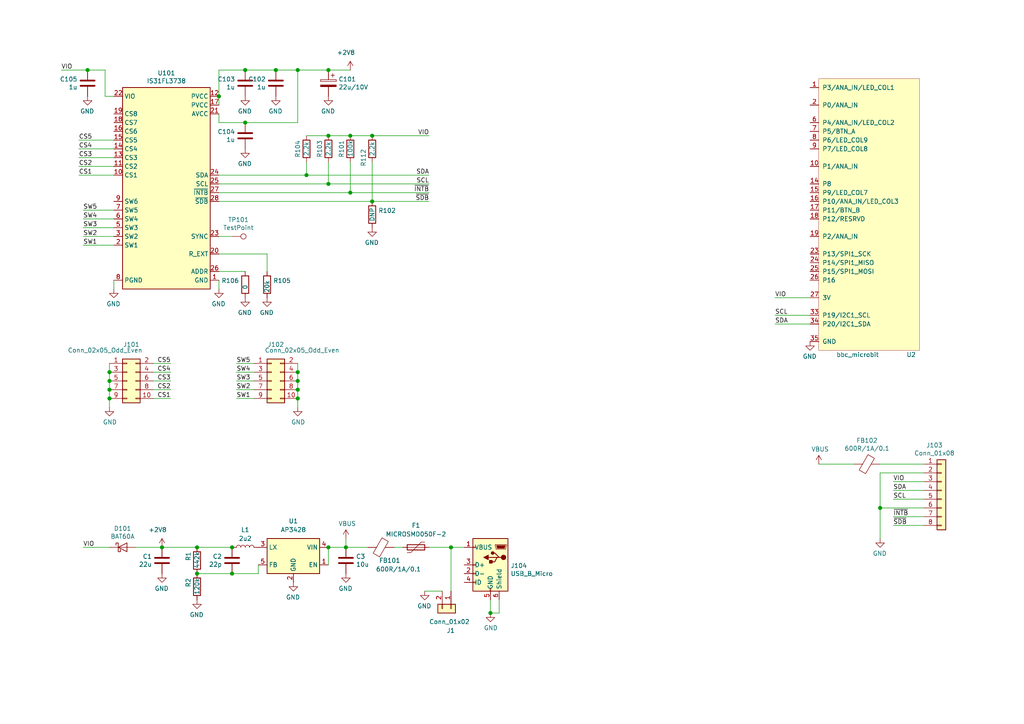
<source format=kicad_sch>
(kicad_sch (version 20200828) (generator eeschema)
  (page 1 1)
  (paper "A4")
  (title_block (title "Exposure Notifications LED matrix control") (rev "2") (company "hunz <hunz@mailbox.org>"))
  (lib_symbols
    (symbol "Connector:TestPoint" (pin_numbers hide) (pin_names (offset 0.762) hide)
      (property "Reference" "TP" (at 0 6.858 0))
      (property "Value" "TestPoint" (at 0 5.08 0))
      (symbol "TestPoint_0_1"
        (circle (center 0 3.302) (radius 0.762))
      )
      (symbol "TestPoint_1_1"
        (pin passive line (at 0 0 90) (length 2.54) (name "1") (number "1"))
      )
    )
    (symbol "Connector:USB_B_Micro"
      (property "Reference" "J" (at -5.08 11.43 0))
      (property "Value" "USB_B_Micro" (at -5.08 8.89 0))
      (symbol "USB_B_Micro_0_1"
        (circle (center -3.81 2.159) (radius 0.635) (stroke (width 0.254)) (fill (type outline)))
        (circle (center -0.635 3.429) (radius 0.381) (stroke (width 0.254)) (fill (type outline)))
        (rectangle (start -5.08 -7.62) (end 5.08 7.62) (stroke (width 0.254)) (fill (type background)))
        (rectangle (start -0.127 -7.62) (end 0.127 -6.858))
        (rectangle (start 0.254 1.27) (end -0.508 0.508) (stroke (width 0.254)) (fill (type outline)))
        (rectangle (start 5.08 -5.207) (end 4.318 -4.953))
        (rectangle (start 5.08 -2.667) (end 4.318 -2.413))
        (rectangle (start 5.08 -0.127) (end 4.318 0.127))
        (rectangle (start 5.08 4.953) (end 4.318 5.207))
        (polyline (pts (xy -1.905 2.159) (xy 0.635 2.159)) (stroke (width 0.254)))
        (polyline (pts (xy -3.175 2.159) (xy -2.54 2.159) (xy -1.27 3.429) (xy -0.635 3.429)) (stroke (width 0.254)))
        (polyline (pts (xy -2.54 2.159) (xy -1.905 2.159) (xy -1.27 0.889) (xy 0 0.889)) (stroke (width 0.254)))
        (polyline (pts (xy 0.635 2.794) (xy 0.635 1.524) (xy 1.905 2.159) (xy 0.635 2.794)) (stroke (width 0.254)) (fill (type outline)))
        (polyline (pts (xy -4.318 5.588) (xy -1.778 5.588) (xy -2.032 4.826) (xy -4.064 4.826) (xy -4.318 5.588)) (fill (type outline)))
        (polyline (pts (xy -4.699 5.842) (xy -4.699 5.588) (xy -4.445 4.826) (xy -4.445 4.572) (xy -1.651 4.572) (xy -1.651 4.826) (xy -1.397 5.588) (xy -1.397 5.842) (xy -4.699 5.842)))
      )
      (symbol "USB_B_Micro_1_1"
        (pin power_out line (at 7.62 5.08 180) (length 2.54) (name "VBUS") (number "1"))
        (pin passive line (at 7.62 -2.54 180) (length 2.54) (name "D-") (number "2"))
        (pin passive line (at 7.62 0 180) (length 2.54) (name "D+") (number "3"))
        (pin passive line (at 7.62 -5.08 180) (length 2.54) (name "ID") (number "4"))
        (pin power_out line (at 0 -10.16 90) (length 2.54) (name "GND") (number "5"))
        (pin passive line (at -2.54 -10.16 90) (length 2.54) (name "Shield") (number "6"))
      )
    )
    (symbol "Connector_Generic:Conn_01x02" (pin_names (offset 1.016) hide)
      (property "Reference" "J" (at 0 2.54 0))
      (property "Value" "Conn_01x02" (at 0 -5.08 0))
      (symbol "Conn_01x02_1_1"
        (rectangle (start -1.27 -2.413) (end 0 -2.667) (stroke (width 0.1524)))
        (rectangle (start -1.27 0.127) (end 0 -0.127) (stroke (width 0.1524)))
        (rectangle (start -1.27 1.27) (end 1.27 -3.81) (stroke (width 0.254)) (fill (type background)))
        (pin passive line (at -5.08 0 0) (length 3.81) (name "Pin_1") (number "1"))
        (pin passive line (at -5.08 -2.54 0) (length 3.81) (name "Pin_2") (number "2"))
      )
    )
    (symbol "Connector_Generic:Conn_01x08" (pin_names hide)
      (property "Reference" "J" (at 0 10.16 0))
      (property "Value" "Conn_01x08" (at 0 -12.7 0))
      (symbol "Conn_01x08_1_1"
        (rectangle (start -1.27 -4.953) (end 0 -5.207) (stroke (width 0.1524)))
        (rectangle (start -1.27 -7.493) (end 0 -7.747) (stroke (width 0.1524)))
        (rectangle (start -1.27 -10.033) (end 0 -10.287) (stroke (width 0.1524)))
        (rectangle (start -1.27 -2.413) (end 0 -2.667) (stroke (width 0.1524)))
        (rectangle (start -1.27 2.667) (end 0 2.413) (stroke (width 0.1524)))
        (rectangle (start -1.27 5.207) (end 0 4.953) (stroke (width 0.1524)))
        (rectangle (start -1.27 7.747) (end 0 7.493) (stroke (width 0.1524)))
        (rectangle (start -1.27 8.89) (end 1.27 -11.43) (stroke (width 0.254)) (fill (type background)))
        (rectangle (start -1.27 0.127) (end 0 -0.127) (stroke (width 0.1524)))
        (pin passive line (at -5.08 7.62 0) (length 3.81) (name "Pin_1") (number "1"))
        (pin passive line (at -5.08 5.08 0) (length 3.81) (name "Pin_2") (number "2"))
        (pin passive line (at -5.08 2.54 0) (length 3.81) (name "Pin_3") (number "3"))
        (pin passive line (at -5.08 0 0) (length 3.81) (name "Pin_4") (number "4"))
        (pin passive line (at -5.08 -2.54 0) (length 3.81) (name "Pin_5") (number "5"))
        (pin passive line (at -5.08 -5.08 0) (length 3.81) (name "Pin_6") (number "6"))
        (pin passive line (at -5.08 -7.62 0) (length 3.81) (name "Pin_7") (number "7"))
        (pin passive line (at -5.08 -10.16 0) (length 3.81) (name "Pin_8") (number "8"))
      )
    )
    (symbol "Connector_Generic:Conn_02x05_Odd_Even" (pin_names hide)
      (property "Reference" "J" (at 1.27 7.62 0))
      (property "Value" "Conn_02x05_Odd_Even" (at 1.27 -7.62 0))
      (symbol "Conn_02x05_Odd_Even_1_1"
        (rectangle (start -1.27 -4.953) (end 0 -5.207) (stroke (width 0.1524)))
        (rectangle (start -1.27 -2.413) (end 0 -2.667) (stroke (width 0.1524)))
        (rectangle (start -1.27 2.667) (end 0 2.413) (stroke (width 0.1524)))
        (rectangle (start -1.27 5.207) (end 0 4.953) (stroke (width 0.1524)))
        (rectangle (start -1.27 6.35) (end 3.81 -6.35) (stroke (width 0.254)) (fill (type background)))
        (rectangle (start -1.27 0.127) (end 0 -0.127) (stroke (width 0.1524)))
        (rectangle (start 3.81 -4.953) (end 2.54 -5.207) (stroke (width 0.1524)))
        (rectangle (start 3.81 -2.413) (end 2.54 -2.667) (stroke (width 0.1524)))
        (rectangle (start 3.81 2.667) (end 2.54 2.413) (stroke (width 0.1524)))
        (rectangle (start 3.81 5.207) (end 2.54 4.953) (stroke (width 0.1524)))
        (rectangle (start 3.81 0.127) (end 2.54 -0.127) (stroke (width 0.1524)))
        (pin passive line (at -5.08 5.08 0) (length 3.81) (name "Pin_1") (number "1"))
        (pin passive line (at 7.62 -5.08 180) (length 3.81) (name "Pin_10") (number "10"))
        (pin passive line (at 7.62 5.08 180) (length 3.81) (name "Pin_2") (number "2"))
        (pin passive line (at -5.08 2.54 0) (length 3.81) (name "Pin_3") (number "3"))
        (pin passive line (at 7.62 2.54 180) (length 3.81) (name "Pin_4") (number "4"))
        (pin passive line (at -5.08 0 0) (length 3.81) (name "Pin_5") (number "5"))
        (pin passive line (at 7.62 0 180) (length 3.81) (name "Pin_6") (number "6"))
        (pin passive line (at -5.08 -2.54 0) (length 3.81) (name "Pin_7") (number "7"))
        (pin passive line (at 7.62 -2.54 180) (length 3.81) (name "Pin_8") (number "8"))
        (pin passive line (at -5.08 -5.08 0) (length 3.81) (name "Pin_9") (number "9"))
      )
    )
    (symbol "Device:C" (pin_numbers hide) (pin_names (offset 0.254))
      (property "Reference" "C" (at 0.635 2.54 0))
      (property "Value" "C" (at 0.635 -2.54 0))
      (symbol "C_0_1"
        (polyline (pts (xy -2.032 -0.762) (xy 2.032 -0.762)) (stroke (width 0.508)))
        (polyline (pts (xy -2.032 0.762) (xy 2.032 0.762)) (stroke (width 0.508)))
      )
      (symbol "C_1_1"
        (pin passive line (at 0 3.81 270) (length 2.794) (name "~") (number "1"))
        (pin passive line (at 0 -3.81 90) (length 2.794) (name "~") (number "2"))
      )
    )
    (symbol "Device:CP" (pin_numbers hide) (pin_names (offset 0.254))
      (property "Reference" "C" (at 0.635 2.54 0))
      (property "Value" "CP" (at 0.635 -2.54 0))
      (symbol "CP_0_1"
        (rectangle (start -2.286 0.508) (end 2.286 1.016))
        (rectangle (start 2.286 -0.508) (end -2.286 -1.016) (fill (type outline)))
        (polyline (pts (xy -1.778 2.286) (xy -0.762 2.286)))
        (polyline (pts (xy -1.27 2.794) (xy -1.27 1.778)))
      )
      (symbol "CP_1_1"
        (pin passive line (at 0 3.81 270) (length 2.794) (name "~") (number "1"))
        (pin passive line (at 0 -3.81 90) (length 2.794) (name "~") (number "2"))
      )
    )
    (symbol "Device:Ferrite_Bead" (pin_numbers hide) (pin_names (offset 0))
      (property "Reference" "FB" (at -3.81 0.635 90))
      (property "Value" "Ferrite_Bead" (at 3.81 0 90))
      (symbol "Ferrite_Bead_0_1"
        (polyline (pts (xy 0 -1.27) (xy 0 -1.2192)))
        (polyline (pts (xy 0 1.27) (xy 0 1.2954)))
        (polyline (pts (xy -2.7686 0.4064) (xy -1.7018 2.2606) (xy 2.7686 -0.3048) (xy 1.6764 -2.159) (xy -2.7686 0.4064)))
      )
      (symbol "Ferrite_Bead_1_1"
        (pin passive line (at 0 3.81 270) (length 2.54) (name "~") (number "1"))
        (pin passive line (at 0 -3.81 90) (length 2.54) (name "~") (number "2"))
      )
    )
    (symbol "Device:L" (pin_numbers hide) (pin_names (offset 1.016) hide)
      (property "Reference" "L" (at -1.27 0 90))
      (property "Value" "L" (at 1.905 0 90))
      (symbol "L_0_1"
        (arc (start 0 -2.54) (end 0 -1.27) (radius (at 0 -1.905) (length 0.635) (angles -89.9 89.9)))
        (arc (start 0 -1.27) (end 0 0) (radius (at 0 -0.635) (length 0.635) (angles -89.9 89.9)))
        (arc (start 0 0) (end 0 1.27) (radius (at 0 0.635) (length 0.635) (angles -89.9 89.9)))
        (arc (start 0 1.27) (end 0 2.54) (radius (at 0 1.905) (length 0.635) (angles -89.9 89.9)))
      )
      (symbol "L_1_1"
        (pin passive line (at 0 3.81 270) (length 1.27) (name "1") (number "1"))
        (pin passive line (at 0 -3.81 90) (length 1.27) (name "2") (number "2"))
      )
    )
    (symbol "Device:Polyfuse" (pin_numbers hide) (pin_names (offset 0))
      (property "Reference" "F" (at -2.54 0 90))
      (property "Value" "Polyfuse" (at 2.54 0 90))
      (symbol "Polyfuse_0_1"
        (rectangle (start -0.762 2.54) (end 0.762 -2.54) (stroke (width 0.254)))
        (polyline (pts (xy 0 2.54) (xy 0 -2.54)))
        (polyline (pts (xy -1.524 2.54) (xy -1.524 1.524) (xy 1.524 -1.524) (xy 1.524 -2.54)))
      )
      (symbol "Polyfuse_1_1"
        (pin passive line (at 0 3.81 270) (length 1.27) (name "~") (number "1"))
        (pin passive line (at 0 -3.81 90) (length 1.27) (name "~") (number "2"))
      )
    )
    (symbol "Device:R" (pin_numbers hide) (pin_names (offset 0))
      (property "Reference" "R" (at 2.032 0 90))
      (property "Value" "R" (at 0 0 90))
      (symbol "R_0_1"
        (rectangle (start -1.016 -2.54) (end 1.016 2.54) (stroke (width 0.254)))
      )
      (symbol "R_1_1"
        (pin passive line (at 0 3.81 270) (length 1.27) (name "~") (number "1"))
        (pin passive line (at 0 -3.81 90) (length 1.27) (name "~") (number "2"))
      )
    )
    (symbol "Diode:BAT48JFILM" (pin_numbers hide) (pin_names hide)
      (property "Reference" "D" (at 0 2.54 0))
      (property "Value" "BAT48JFILM" (at 0 -2.54 0))
      (symbol "BAT48JFILM_0_1"
        (polyline (pts (xy 1.27 0) (xy -1.27 0)))
        (polyline (pts (xy 1.27 1.27) (xy 1.27 -1.27) (xy -1.27 0) (xy 1.27 1.27)) (stroke (width 0.2032)))
        (polyline (pts (xy -1.905 0.635) (xy -1.905 1.27) (xy -1.27 1.27) (xy -1.27 -1.27) (xy -0.635 -1.27) (xy -0.635 -0.635)) (stroke (width 0.2032)))
      )
      (symbol "BAT48JFILM_1_1"
        (pin passive line (at -3.81 0 0) (length 2.54) (name "K") (number "1"))
        (pin passive line (at 3.81 0 180) (length 2.54) (name "A") (number "2"))
      )
    )
    (symbol "ap3428:AP3428"
      (property "Reference" "U" (at -7.62 6.35 0))
      (property "Value" "AP3428" (at -2.54 6.35 0))
      (symbol "AP3428_0_1"
        (rectangle (start -7.62 5.08) (end 7.62 -5.08) (stroke (width 0.254)) (fill (type background)))
      )
      (symbol "AP3428_1_1"
        (pin input line (at -10.16 -2.54 0) (length 2.54) (name "EN") (number "1"))
        (pin power_in line (at 0 -7.62 90) (length 2.54) (name "GND") (number "2"))
        (pin power_out line (at 10.16 2.54 180) (length 2.54) (name "LX") (number "3"))
        (pin power_in line (at -10.16 2.54 0) (length 2.54) (name "VIN") (number "4"))
        (pin input line (at 10.16 -2.54 180) (length 2.54) (name "FB") (number "5"))
      )
    )
    (symbol "bbc_microbit:bbc_microbit" (pin_names (offset 1.016))
      (property "Reference" "U?" (at -13.97 -40.64 0))
      (property "Value" "bbc_microbit" (at 7.62 -40.64 0))
      (symbol "bbc_microbit_0_1"
        (rectangle (start -15.24 39.37) (end 13.97 -39.37) (stroke (width 0.001)) (fill (type background)))
      )
      (symbol "bbc_microbit_1_1"
        (pin bidirectional line (at -17.78 36.83 0) (length 2.54) (name "P3/ANA_IN/LED_COL1") (number "1"))
        (pin bidirectional line (at -17.78 31.75 0) (length 2.54) (name "P0/ANA_IN") (number "2"))
        (pin passive line (at -17.78 31.75 0) (length 2.54) hide (name "P0/ANA_IN") (number "3"))
        (pin passive line (at -17.78 31.75 0) (length 2.54) hide (name "P0/ANA_IN") (number "4"))
        (pin passive line (at -17.78 31.75 0) (length 2.54) hide (name "P0/ANA_IN") (number "5"))
        (pin bidirectional line (at -17.78 26.67 0) (length 2.54) (name "P4/ANA_IN/LED_COL2") (number "6"))
        (pin bidirectional line (at -17.78 24.13 0) (length 2.54) (name "P5/BTN_A") (number "7"))
        (pin bidirectional line (at -17.78 21.59 0) (length 2.54) (name "P6/LED_COL9") (number "8"))
        (pin bidirectional line (at -17.78 19.05 0) (length 2.54) (name "P7/LED_COL8") (number "9"))
        (pin passive line (at -17.78 13.97 0) (length 2.54) hide (name "P1/ANA_IN") (number "13"))
        (pin passive line (at -17.78 13.97 0) (length 2.54) hide (name "P1/ANA_IN") (number "12"))
        (pin bidirectional line (at -17.78 13.97 0) (length 2.54) (name "P1/ANA_IN") (number "10"))
        (pin passive line (at -17.78 13.97 0) (length 2.54) hide (name "P1/ANA_IN") (number "11"))
        (pin bidirectional line (at -17.78 8.89 0) (length 2.54) (name "P8") (number "14"))
        (pin bidirectional line (at -17.78 6.35 0) (length 2.54) (name "P9/LED_COL7") (number "15"))
        (pin bidirectional line (at -17.78 3.81 0) (length 2.54) (name "P10/ANA_IN/LED_COL3") (number "16"))
        (pin bidirectional line (at -17.78 1.27 0) (length 2.54) (name "P11/BTN_B") (number "17"))
        (pin bidirectional line (at -17.78 -1.27 0) (length 2.54) (name "P12/RESRVD") (number "18"))
        (pin bidirectional line (at -17.78 -6.35 0) (length 2.54) (name "P2/ANA_IN") (number "19"))
        (pin passive line (at -17.78 -6.35 0) (length 2.54) hide (name "P2/ANA_IN") (number "20"))
        (pin passive line (at -17.78 -6.35 0) (length 2.54) hide (name "P2/ANA_IN") (number "21"))
        (pin passive line (at -17.78 -6.35 0) (length 2.54) hide (name "P2/ANA_IN") (number "22"))
        (pin bidirectional line (at -17.78 -11.43 0) (length 2.54) (name "P13/SPI1_SCK") (number "23"))
        (pin bidirectional line (at -17.78 -13.97 0) (length 2.54) (name "P14/SPI1_MISO") (number "24"))
        (pin bidirectional line (at -17.78 -16.51 0) (length 2.54) (name "P15/SPI1_MOSI") (number "25"))
        (pin bidirectional line (at -17.78 -19.05 0) (length 2.54) (name "P16") (number "26"))
        (pin passive line (at -17.78 -24.13 0) (length 2.54) hide (name "3V") (number "29"))
        (pin passive line (at -17.78 -24.13 0) (length 2.54) hide (name "3V") (number "30"))
        (pin passive line (at -17.78 -24.13 0) (length 2.54) hide (name "3V") (number "28"))
        (pin bidirectional line (at -17.78 -24.13 0) (length 2.54) (name "3V") (number "27"))
        (pin passive line (at -17.78 -24.13 0) (length 2.54) hide (name "3V") (number "31"))
        (pin passive line (at -17.78 -24.13 0) (length 2.54) hide (name "3V") (number "32"))
        (pin bidirectional line (at -17.78 -29.21 0) (length 2.54) (name "P19/I2C1_SCL") (number "33"))
        (pin bidirectional line (at -17.78 -31.75 0) (length 2.54) (name "P20/I2C1_SDA") (number "34"))
        (pin passive line (at -17.78 -36.83 0) (length 2.54) hide (name "GND") (number "36"))
        (pin bidirectional line (at -17.78 -36.83 0) (length 2.54) (name "GND") (number "35"))
        (pin passive line (at -17.78 -36.83 0) (length 2.54) hide (name "GND") (number "38"))
        (pin passive line (at -17.78 -36.83 0) (length 2.54) hide (name "GND") (number "39"))
        (pin passive line (at -17.78 -36.83 0) (length 2.54) hide (name "GND") (number "37"))
        (pin passive line (at -17.78 -36.83 0) (length 2.54) hide (name "GND") (number "40"))
      )
    )
    (symbol "is31fl3738:IS31FL3738"
      (property "Reference" "U" (at -13.97 -33.02 0))
      (property "Value" "IS31FL3738" (at 0 -31.75 0))
      (symbol "IS31FL3738_0_1"
        (rectangle (start -13.97 27.94) (end 11.43 -30.48) (stroke (width 0.254)) (fill (type background)))
      )
      (symbol "IS31FL3738_1_1"
        (pin input line (at -16.51 0 0) (length 2.54) (name "SCL") (number "25"))
        (pin input line (at -16.51 -5.08 0) (length 2.54) (name "~SDB") (number "28"))
        (pin passive line (at -16.51 -20.32 0) (length 2.54) (name "R_EXT") (number "20"))
        (pin power_in line (at -16.51 20.32 0) (length 2.54) (name "AVCC") (number "21"))
        (pin power_in line (at -16.51 25.4 0) (length 2.54) (name "PVCC") (number "12"))
        (pin output line (at 13.97 -17.78 180) (length 2.54) (name "SW1") (number "2"))
        (pin output line (at 13.97 -15.24 180) (length 2.54) (name "SW2") (number "3"))
        (pin output line (at 13.97 -12.7 180) (length 2.54) (name "SW3") (number "5"))
        (pin output line (at 13.97 -10.16 180) (length 2.54) (name "SW4") (number "6"))
        (pin output line (at 13.97 -7.62 180) (length 2.54) (name "SW5") (number "7"))
        (pin output line (at 13.97 -5.08 180) (length 2.54) (name "SW6") (number "9"))
        (pin power_in line (at -16.51 22.86 0) (length 2.54) (name "PVCC") (number "17"))
        (pin output line (at 13.97 2.54 180) (length 2.54) (name "CS1") (number "10"))
        (pin output line (at 13.97 5.08 180) (length 2.54) (name "CS2") (number "11"))
        (pin output line (at 13.97 7.62 180) (length 2.54) (name "CS3") (number "13"))
        (pin output line (at 13.97 10.16 180) (length 2.54) (name "CS4") (number "14"))
        (pin output line (at 13.97 12.7 180) (length 2.54) (name "CS5") (number "15"))
        (pin output line (at 13.97 15.24 180) (length 2.54) (name "CS6") (number "16"))
        (pin output line (at 13.97 17.78 180) (length 2.54) (name "CS7") (number "18"))
        (pin output line (at 13.97 20.32 180) (length 2.54) (name "CS8") (number "19"))
        (pin power_in line (at 13.97 -27.94 180) (length 2.54) (name "PGND") (number "8"))
        (pin passive line (at 13.97 -27.94 180) (length 2.54) hide (name "PGND") (number "29"))
        (pin power_in line (at -16.51 -27.94 0) (length 2.54) (name "GND") (number "1"))
        (pin open_collector line (at -16.51 -2.54 0) (length 2.54) (name "~INTB") (number "27"))
        (pin input line (at -16.51 -25.4 0) (length 2.54) (name "ADDR") (number "26"))
        (pin bidirectional line (at -16.51 2.54 0) (length 2.54) (name "SDA") (number "24"))
        (pin power_in line (at 13.97 25.4 180) (length 2.54) (name "VIO") (number "22"))
        (pin bidirectional line (at -16.51 -15.24 0) (length 2.54) (name "SYNC") (number "23"))
        (pin passive line (at 13.97 -27.94 180) (length 2.54) hide (name "PGND") (number "4"))
      )
    )
    (symbol "power:+2V8" (power) (pin_names (offset 0))
      (property "Value" "+2V8" (at 0 3.556 0))
      (symbol "+2V8_0_1"
        (polyline (pts (xy -0.762 1.27) (xy 0 2.54)))
        (polyline (pts (xy 0 0) (xy 0 2.54)))
        (polyline (pts (xy 0 2.54) (xy 0.762 1.27)))
      )
      (symbol "+2V8_1_1"
        (pin power_in line (at 0 0 90) (length 0) hide (name "+2V8") (number "1"))
      )
    )
    (symbol "power:GND" (power) (pin_names (offset 0))
      (property "Value" "GND" (at 0 -3.81 0))
      (symbol "GND_0_1"
        (polyline (pts (xy 0 0) (xy 0 -1.27) (xy 1.27 -1.27) (xy 0 -2.54) (xy -1.27 -1.27) (xy 0 -1.27)))
      )
      (symbol "GND_1_1"
        (pin power_in line (at 0 0 270) (length 0) hide (name "GND") (number "1"))
      )
    )
    (symbol "power:VBUS" (power) (pin_names (offset 0))
      (property "Value" "VBUS" (at 0 3.81 0))
      (symbol "VBUS_0_1"
        (polyline (pts (xy -0.762 1.27) (xy 0 2.54)))
        (polyline (pts (xy 0 0) (xy 0 2.54)))
        (polyline (pts (xy 0 2.54) (xy 0.762 1.27)))
      )
      (symbol "VBUS_1_1"
        (pin power_in line (at 0 0 90) (length 0) hide (name "VBUS") (number "1"))
      )
    )
  )
  (junction (at 25.4 20.32) (diameter 1.016))
  (junction (at 31.75 107.95) (diameter 1.016))
  (junction (at 31.75 110.49) (diameter 1.016))
  (junction (at 31.75 113.03) (diameter 1.016))
  (junction (at 31.75 115.57) (diameter 1.016))
  (junction (at 46.99 158.75) (diameter 1.016))
  (junction (at 57.15 158.75) (diameter 1.016))
  (junction (at 57.15 166.37) (diameter 1.016))
  (junction (at 63.5 27.94) (diameter 1.016))
  (junction (at 67.31 158.75) (diameter 1.016))
  (junction (at 67.31 166.37) (diameter 1.016))
  (junction (at 71.12 20.32) (diameter 1.016))
  (junction (at 71.12 35.56) (diameter 1.016))
  (junction (at 80.01 20.32) (diameter 1.016))
  (junction (at 86.36 20.32) (diameter 1.016))
  (junction (at 86.36 107.95) (diameter 1.016))
  (junction (at 86.36 110.49) (diameter 1.016))
  (junction (at 86.36 113.03) (diameter 1.016))
  (junction (at 86.36 115.57) (diameter 1.016))
  (junction (at 88.9 50.8) (diameter 1.016))
  (junction (at 95.25 20.32) (diameter 1.016))
  (junction (at 95.25 39.37) (diameter 1.016))
  (junction (at 95.25 53.34) (diameter 1.016))
  (junction (at 95.25 158.75) (diameter 1.016))
  (junction (at 100.33 158.75) (diameter 1.016))
  (junction (at 101.6 39.37) (diameter 1.016))
  (junction (at 101.6 55.88) (diameter 1.016))
  (junction (at 107.95 39.37) (diameter 1.016))
  (junction (at 107.95 58.42) (diameter 1.016))
  (junction (at 130.81 158.75) (diameter 1.016))
  (junction (at 142.24 177.8) (diameter 1.016))
  (junction (at 255.27 147.32) (diameter 1.016))
  (wire (pts (xy 24.13 158.75) (xy 31.75 158.75)))
  (wire (pts (xy 25.4 20.32) (xy 17.78 20.32)))
  (wire (pts (xy 25.4 20.32) (xy 30.48 20.32)))
  (wire (pts (xy 30.48 20.32) (xy 30.48 27.94)))
  (wire (pts (xy 30.48 27.94) (xy 33.02 27.94)))
  (wire (pts (xy 31.75 105.41) (xy 31.75 107.95)))
  (wire (pts (xy 31.75 107.95) (xy 31.75 110.49)))
  (wire (pts (xy 31.75 110.49) (xy 31.75 113.03)))
  (wire (pts (xy 31.75 113.03) (xy 31.75 115.57)))
  (wire (pts (xy 31.75 115.57) (xy 31.75 118.11)))
  (wire (pts (xy 33.02 40.64) (xy 22.86 40.64)))
  (wire (pts (xy 33.02 43.18) (xy 22.86 43.18)))
  (wire (pts (xy 33.02 45.72) (xy 22.86 45.72)))
  (wire (pts (xy 33.02 48.26) (xy 22.86 48.26)))
  (wire (pts (xy 33.02 50.8) (xy 22.86 50.8)))
  (wire (pts (xy 33.02 60.96) (xy 24.13 60.96)))
  (wire (pts (xy 33.02 63.5) (xy 24.13 63.5)))
  (wire (pts (xy 33.02 66.04) (xy 24.13 66.04)))
  (wire (pts (xy 33.02 68.58) (xy 24.13 68.58)))
  (wire (pts (xy 33.02 71.12) (xy 24.13 71.12)))
  (wire (pts (xy 33.02 81.28) (xy 33.02 83.82)))
  (wire (pts (xy 39.37 158.75) (xy 46.99 158.75)))
  (wire (pts (xy 44.45 105.41) (xy 49.53 105.41)))
  (wire (pts (xy 44.45 107.95) (xy 49.53 107.95)))
  (wire (pts (xy 44.45 110.49) (xy 49.53 110.49)))
  (wire (pts (xy 44.45 113.03) (xy 49.53 113.03)))
  (wire (pts (xy 44.45 115.57) (xy 49.53 115.57)))
  (wire (pts (xy 57.15 158.75) (xy 46.99 158.75)))
  (wire (pts (xy 63.5 20.32) (xy 63.5 27.94)))
  (wire (pts (xy 63.5 27.94) (xy 63.5 30.48)))
  (wire (pts (xy 63.5 35.56) (xy 63.5 33.02)))
  (wire (pts (xy 63.5 73.66) (xy 77.47 73.66)))
  (wire (pts (xy 63.5 81.28) (xy 63.5 83.82)))
  (wire (pts (xy 67.31 68.58) (xy 63.5 68.58)))
  (wire (pts (xy 67.31 158.75) (xy 57.15 158.75)))
  (wire (pts (xy 67.31 166.37) (xy 57.15 166.37)))
  (wire (pts (xy 67.31 166.37) (xy 74.93 166.37)))
  (wire (pts (xy 68.58 105.41) (xy 73.66 105.41)))
  (wire (pts (xy 68.58 107.95) (xy 73.66 107.95)))
  (wire (pts (xy 68.58 110.49) (xy 73.66 110.49)))
  (wire (pts (xy 68.58 113.03) (xy 73.66 113.03)))
  (wire (pts (xy 68.58 115.57) (xy 73.66 115.57)))
  (wire (pts (xy 71.12 20.32) (xy 63.5 20.32)))
  (wire (pts (xy 71.12 35.56) (xy 63.5 35.56)))
  (wire (pts (xy 71.12 78.74) (xy 63.5 78.74)))
  (wire (pts (xy 74.93 166.37) (xy 74.93 163.83)))
  (wire (pts (xy 77.47 73.66) (xy 77.47 78.74)))
  (wire (pts (xy 80.01 20.32) (xy 71.12 20.32)))
  (wire (pts (xy 86.36 20.32) (xy 80.01 20.32)))
  (wire (pts (xy 86.36 35.56) (xy 71.12 35.56)))
  (wire (pts (xy 86.36 35.56) (xy 86.36 20.32)))
  (wire (pts (xy 86.36 105.41) (xy 86.36 107.95)))
  (wire (pts (xy 86.36 107.95) (xy 86.36 110.49)))
  (wire (pts (xy 86.36 110.49) (xy 86.36 113.03)))
  (wire (pts (xy 86.36 113.03) (xy 86.36 115.57)))
  (wire (pts (xy 86.36 115.57) (xy 86.36 118.11)))
  (wire (pts (xy 88.9 46.99) (xy 88.9 50.8)))
  (wire (pts (xy 88.9 50.8) (xy 63.5 50.8)))
  (wire (pts (xy 95.25 20.32) (xy 86.36 20.32)))
  (wire (pts (xy 95.25 39.37) (xy 88.9 39.37)))
  (wire (pts (xy 95.25 46.99) (xy 95.25 53.34)))
  (wire (pts (xy 95.25 53.34) (xy 63.5 53.34)))
  (wire (pts (xy 95.25 158.75) (xy 95.25 163.83)))
  (wire (pts (xy 100.33 156.21) (xy 100.33 158.75)))
  (wire (pts (xy 100.33 158.75) (xy 95.25 158.75)))
  (wire (pts (xy 100.33 158.75) (xy 106.68 158.75)))
  (wire (pts (xy 101.6 20.32) (xy 95.25 20.32)))
  (wire (pts (xy 101.6 39.37) (xy 95.25 39.37)))
  (wire (pts (xy 101.6 46.99) (xy 101.6 55.88)))
  (wire (pts (xy 101.6 55.88) (xy 63.5 55.88)))
  (wire (pts (xy 107.95 39.37) (xy 101.6 39.37)))
  (wire (pts (xy 107.95 46.99) (xy 107.95 58.42)))
  (wire (pts (xy 107.95 58.42) (xy 63.5 58.42)))
  (wire (pts (xy 114.3 158.75) (xy 116.84 158.75)))
  (wire (pts (xy 123.19 171.45) (xy 128.27 171.45)))
  (wire (pts (xy 124.46 39.37) (xy 107.95 39.37)))
  (wire (pts (xy 124.46 50.8) (xy 88.9 50.8)))
  (wire (pts (xy 124.46 53.34) (xy 95.25 53.34)))
  (wire (pts (xy 124.46 55.88) (xy 101.6 55.88)))
  (wire (pts (xy 124.46 58.42) (xy 107.95 58.42)))
  (wire (pts (xy 124.46 158.75) (xy 130.81 158.75)))
  (wire (pts (xy 130.81 158.75) (xy 130.81 171.45)))
  (wire (pts (xy 130.81 158.75) (xy 134.62 158.75)))
  (wire (pts (xy 142.24 173.99) (xy 142.24 177.8)))
  (wire (pts (xy 142.24 177.8) (xy 144.78 177.8)))
  (wire (pts (xy 144.78 177.8) (xy 144.78 173.99)))
  (wire (pts (xy 224.79 86.36) (xy 234.95 86.36)))
  (wire (pts (xy 224.79 91.44) (xy 234.95 91.44)))
  (wire (pts (xy 224.79 93.98) (xy 234.95 93.98)))
  (wire (pts (xy 237.49 134.62) (xy 247.65 134.62)))
  (wire (pts (xy 255.27 137.16) (xy 255.27 147.32)))
  (wire (pts (xy 255.27 147.32) (xy 255.27 156.21)))
  (wire (pts (xy 267.97 134.62) (xy 255.27 134.62)))
  (wire (pts (xy 267.97 137.16) (xy 255.27 137.16)))
  (wire (pts (xy 267.97 139.7) (xy 259.08 139.7)))
  (wire (pts (xy 267.97 142.24) (xy 259.08 142.24)))
  (wire (pts (xy 267.97 144.78) (xy 259.08 144.78)))
  (wire (pts (xy 267.97 147.32) (xy 255.27 147.32)))
  (wire (pts (xy 267.97 149.86) (xy 259.08 149.86)))
  (wire (pts (xy 267.97 152.4) (xy 259.08 152.4)))
  (label "VIO" (at 17.78 20.32 0))
  (label "CS5" (at 22.86 40.64 0))
  (label "CS4" (at 22.86 43.18 0))
  (label "CS3" (at 22.86 45.72 0))
  (label "CS2" (at 22.86 48.26 0))
  (label "CS1" (at 22.86 50.8 0))
  (label "SW5" (at 24.13 60.96 0))
  (label "SW4" (at 24.13 63.5 0))
  (label "SW3" (at 24.13 66.04 0))
  (label "SW2" (at 24.13 68.58 0))
  (label "SW1" (at 24.13 71.12 0))
  (label "VIO" (at 24.13 158.75 0))
  (label "CS5" (at 49.53 105.41 180))
  (label "CS4" (at 49.53 107.95 180))
  (label "CS3" (at 49.53 110.49 180))
  (label "CS2" (at 49.53 113.03 180))
  (label "CS1" (at 49.53 115.57 180))
  (label "SW5" (at 68.58 105.41 0))
  (label "SW4" (at 68.58 107.95 0))
  (label "SW3" (at 68.58 110.49 0))
  (label "SW2" (at 68.58 113.03 0))
  (label "SW1" (at 68.58 115.57 0))
  (label "VIO" (at 124.46 39.37 180))
  (label "SDA" (at 124.46 50.8 180))
  (label "SCL" (at 124.46 53.34 180))
  (label "~INTB" (at 124.46 55.88 180))
  (label "~SDB" (at 124.46 58.42 180))
  (label "VIO" (at 224.79 86.36 0))
  (label "SCL" (at 224.79 91.44 0))
  (label "SDA" (at 224.79 93.98 0))
  (label "VIO" (at 259.08 139.7 0))
  (label "SDA" (at 259.08 142.24 0))
  (label "SCL" (at 259.08 144.78 0))
  (label "~INTB" (at 259.08 149.86 0))
  (label "~SDB" (at 259.08 152.4 0))
  (symbol (lib_id "Connector:TestPoint") (at 67.31 68.58 270) (mirror x) (unit 1)
    (property "Reference" "TP101" (at 69.1515 63.7348 90))
    (property "Value" "TestPoint" (at 69.1515 66.0335 90))
    (property "Footprint" "TestPoint:TestPoint_Pad_D1.0mm" (effects hide))
  )
  (symbol (lib_id "power:+2V8") (at 46.99 158.75 0) (mirror y) (unit 1)
    (property "Reference" "#PWR0119" (effects hide))
    (property "Value" "+2V8" (at 45.72 153.67 0))
  )
  (symbol (lib_id "power:VBUS") (at 100.33 156.21 0) (unit 1)
    (property "Reference" "#PWR0118" (effects hide))
    (property "Value" "VBUS" (at 100.6983 151.8856 0))
  )
  (symbol (lib_id "power:+2V8") (at 101.6 20.32 0) (mirror y) (unit 1)
    (property "Reference" "#PWR0115" (effects hide))
    (property "Value" "+2V8" (at 100.33 15.24 0))
  )
  (symbol (lib_id "power:VBUS") (at 237.49 134.62 0) (unit 1)
    (property "Reference" "#PWR0113" (effects hide))
    (property "Value" "VBUS" (at 237.8583 130.2956 0))
  )
  (symbol (lib_id "Device:L") (at 71.12 158.75 270) (mirror x) (unit 1)
    (property "Reference" "L1" (at 71.12 153.67 90))
    (property "Value" "2u2" (at 71.12 156.21 90))
    (property "Footprint" "Inductor_SMD:L_1008_2520Metric" (effects hide))
  )
  (symbol (lib_id "power:GND") (at 25.4 27.94 0) (mirror y) (unit 1)
    (property "Reference" "#PWR0107" (effects hide))
    (property "Value" "GND" (at 25.2857 32.2644 0))
  )
  (symbol (lib_id "power:GND") (at 31.75 118.11 0) (unit 1)
    (property "Reference" "#PWR0101" (effects hide))
    (property "Value" "GND" (at 31.8643 122.4344 0))
  )
  (symbol (lib_id "power:GND") (at 33.02 83.82 0) (mirror y) (unit 1)
    (property "Reference" "#PWR0106" (effects hide))
    (property "Value" "GND" (at 32.9057 88.1444 0))
  )
  (symbol (lib_id "power:GND") (at 46.99 166.37 0) (mirror y) (unit 1)
    (property "Reference" "#PWR0122" (effects hide))
    (property "Value" "GND" (at 46.8757 170.6944 0))
  )
  (symbol (lib_id "power:GND") (at 57.15 173.99 0) (mirror y) (unit 1)
    (property "Reference" "#PWR0121" (effects hide))
    (property "Value" "GND" (at 57.0357 178.3144 0))
  )
  (symbol (lib_id "power:GND") (at 63.5 83.82 0) (mirror y) (unit 1)
    (property "Reference" "#PWR0103" (effects hide))
    (property "Value" "GND" (at 63.3857 88.1444 0))
  )
  (symbol (lib_id "power:GND") (at 71.12 27.94 0) (mirror y) (unit 1)
    (property "Reference" "#PWR0108" (effects hide))
    (property "Value" "GND" (at 71.0057 32.2644 0))
  )
  (symbol (lib_id "power:GND") (at 71.12 43.18 0) (mirror y) (unit 1)
    (property "Reference" "#PWR0110" (effects hide))
    (property "Value" "GND" (at 71.0057 47.5044 0))
  )
  (symbol (lib_id "power:GND") (at 71.12 86.36 0) (mirror y) (unit 1)
    (property "Reference" "#PWR0104" (effects hide))
    (property "Value" "GND" (at 71.0057 90.6844 0))
  )
  (symbol (lib_id "power:GND") (at 77.47 86.36 0) (mirror y) (unit 1)
    (property "Reference" "#PWR0105" (effects hide))
    (property "Value" "GND" (at 77.3557 90.6844 0))
  )
  (symbol (lib_id "power:GND") (at 80.01 27.94 0) (mirror y) (unit 1)
    (property "Reference" "#PWR0109" (effects hide))
    (property "Value" "GND" (at 79.8957 32.2644 0))
  )
  (symbol (lib_id "power:GND") (at 85.09 168.91 0) (mirror y) (unit 1)
    (property "Reference" "#PWR0120" (effects hide))
    (property "Value" "GND" (at 84.9757 173.2344 0))
  )
  (symbol (lib_id "power:GND") (at 86.36 118.11 0) (unit 1)
    (property "Reference" "#PWR0102" (effects hide))
    (property "Value" "GND" (at 86.4743 122.4344 0))
  )
  (symbol (lib_id "power:GND") (at 95.25 27.94 0) (mirror y) (unit 1)
    (property "Reference" "#PWR0111" (effects hide))
    (property "Value" "GND" (at 95.1357 32.2644 0))
  )
  (symbol (lib_id "power:GND") (at 100.33 166.37 0) (mirror y) (unit 1)
    (property "Reference" "#PWR0124" (effects hide))
    (property "Value" "GND" (at 100.2157 170.6944 0))
  )
  (symbol (lib_id "power:GND") (at 107.95 66.04 0) (mirror y) (unit 1)
    (property "Reference" "#PWR0112" (effects hide))
    (property "Value" "GND" (at 107.8357 70.3644 0))
  )
  (symbol (lib_id "power:GND") (at 123.19 171.45 0) (mirror y) (unit 1)
    (property "Reference" "#PWR0117" (effects hide))
    (property "Value" "GND" (at 123.0757 175.7744 0))
  )
  (symbol (lib_id "power:GND") (at 142.24 177.8 0) (unit 1)
    (property "Reference" "#PWR0116" (effects hide))
    (property "Value" "GND" (at 142.3543 182.1244 0))
  )
  (symbol (lib_id "power:GND") (at 234.95 99.06 0) (mirror y) (unit 1)
    (property "Reference" "#PWR0123" (effects hide))
    (property "Value" "GND" (at 234.8357 103.3844 0))
  )
  (symbol (lib_id "power:GND") (at 255.27 156.21 0) (mirror y) (unit 1)
    (property "Reference" "#PWR0114" (effects hide))
    (property "Value" "GND" (at 255.1557 160.5344 0))
  )
  (symbol (lib_id "Device:R") (at 57.15 162.56 0) (mirror y) (unit 1)
    (property "Reference" "R1" (at 54.61 160.02 90) (effects (justify right)))
    (property "Value" "442k" (at 57.15 160.02 90) (effects (justify right)))
    (property "Footprint" "Resistor_SMD:R_0603_1608Metric" (effects hide))
  )
  (symbol (lib_id "Device:R") (at 57.15 170.18 0) (mirror y) (unit 1)
    (property "Reference" "R2" (at 54.61 167.64 90) (effects (justify right)))
    (property "Value" "120k" (at 57.15 167.64 90) (effects (justify right)))
    (property "Footprint" "Resistor_SMD:R_0603_1608Metric" (effects hide))
  )
  (symbol (lib_id "Device:R") (at 71.12 82.55 0) (unit 1)
    (property "Reference" "R106" (at 69.3419 81.4006 0) (effects (justify right)))
    (property "Value" "0" (at 71.12 82.55 90) (effects (justify right)))
    (property "Footprint" "Resistor_SMD:R_0603_1608Metric" (effects hide))
  )
  (symbol (lib_id "Device:R") (at 77.47 82.55 0) (mirror y) (unit 1)
    (property "Reference" "R105" (at 79.2481 81.4006 0) (effects (justify right)))
    (property "Value" "20k" (at 77.47 81.28 90) (effects (justify right)))
    (property "Footprint" "Resistor_SMD:R_0603_1608Metric" (effects hide))
  )
  (symbol (lib_id "Device:R") (at 88.9 43.18 0) (mirror y) (unit 1)
    (property "Reference" "R104" (at 86.36 40.64 90) (effects (justify right)))
    (property "Value" "2.2k" (at 88.9 43.18 90))
    (property "Footprint" "Resistor_SMD:R_0603_1608Metric" (effects hide))
  )
  (symbol (lib_id "Device:R") (at 95.25 43.18 0) (mirror y) (unit 1)
    (property "Reference" "R103" (at 92.71 40.64 90) (effects (justify right)))
    (property "Value" "2.2k" (at 95.25 43.18 90))
    (property "Footprint" "Resistor_SMD:R_0603_1608Metric" (effects hide))
  )
  (symbol (lib_id "Device:R") (at 101.6 43.18 0) (mirror y) (unit 1)
    (property "Reference" "R101" (at 99.06 40.64 90) (effects (justify right)))
    (property "Value" "100k" (at 101.6 40.64 90) (effects (justify right)))
    (property "Footprint" "Resistor_SMD:R_0603_1608Metric" (effects hide))
  )
  (symbol (lib_id "Device:R") (at 107.95 43.18 0) (mirror y) (unit 1)
    (property "Reference" "R112" (at 105.41 43.18 90) (effects (justify right)))
    (property "Value" "2.2k" (at 107.95 43.18 90))
    (property "Footprint" "Resistor_SMD:R_0603_1608Metric" (effects hide))
  )
  (symbol (lib_id "Device:R") (at 107.95 62.23 0) (mirror y) (unit 1)
    (property "Reference" "R102" (at 109.7281 61.0806 0) (effects (justify right)))
    (property "Value" "DNP" (at 107.95 62.23 90))
    (property "Footprint" "Resistor_SMD:R_0603_1608Metric" (effects hide))
  )
  (symbol (lib_id "Diode:BAT48JFILM") (at 35.56 158.75 0) (unit 1)
    (property "Reference" "D101" (at 35.56 153.2952 0))
    (property "Value" "BAT60A" (at 35.56 155.594 0))
    (property "Footprint" "Diode_SMD:D_SOD-323" (effects hide))
    (property "Datasheet" "www.st.com/resource/en/datasheet/bat48.pdf" (effects hide))
  )
  (symbol (lib_id "Device:Polyfuse") (at 120.65 158.75 90) (unit 1)
    (property "Reference" "F1" (at 120.65 152.4 90))
    (property "Value" "MICROSMD050F-2" (at 120.65 154.94 90))
    (property "Footprint" "Fuse:Fuse_1210_3225Metric" (effects hide))
  )
  (symbol (lib_id "Connector_Generic:Conn_01x02") (at 130.81 176.53 270) (unit 1)
    (property "Reference" "J1" (at 129.54 182.88 90) (effects (justify left)))
    (property "Value" "Conn_01x02" (at 124.46 180.34 90) (effects (justify left)))
    (property "Footprint" "Connector_PinHeader_2.54mm:PinHeader_1x02_P2.54mm_Vertical" (effects hide))
  )
  (symbol (lib_id "Device:C") (at 25.4 24.13 0) (mirror y) (unit 1)
    (property "Reference" "C105" (at 22.4789 22.9806 0) (effects (justify left)))
    (property "Value" "1u" (at 22.479 25.279 0) (effects (justify left)))
    (property "Footprint" "Capacitor_SMD:C_0603_1608Metric" (effects hide))
  )
  (symbol (lib_id "Device:C") (at 46.99 162.56 0) (mirror y) (unit 1)
    (property "Reference" "C1" (at 44.0689 161.4106 0) (effects (justify left)))
    (property "Value" "22u" (at 44.069 163.709 0) (effects (justify left)))
    (property "Footprint" "Capacitor_SMD:C_0805_2012Metric" (effects hide))
  )
  (symbol (lib_id "Device:C") (at 67.31 162.56 0) (mirror y) (unit 1)
    (property "Reference" "C2" (at 64.3889 161.4106 0) (effects (justify left)))
    (property "Value" "22p" (at 64.389 163.709 0) (effects (justify left)))
    (property "Footprint" "Capacitor_SMD:C_0603_1608Metric" (effects hide))
  )
  (symbol (lib_id "Device:C") (at 71.12 24.13 0) (mirror y) (unit 1)
    (property "Reference" "C103" (at 68.1989 22.9806 0) (effects (justify left)))
    (property "Value" "1u" (at 68.199 25.279 0) (effects (justify left)))
    (property "Footprint" "Capacitor_SMD:C_0603_1608Metric" (effects hide))
  )
  (symbol (lib_id "Device:C") (at 71.12 39.37 0) (mirror y) (unit 1)
    (property "Reference" "C104" (at 68.1989 38.2206 0) (effects (justify left)))
    (property "Value" "1u" (at 68.199 40.519 0) (effects (justify left)))
    (property "Footprint" "Capacitor_SMD:C_0603_1608Metric" (effects hide))
  )
  (symbol (lib_id "Device:C") (at 80.01 24.13 0) (mirror y) (unit 1)
    (property "Reference" "C102" (at 77.0889 22.9806 0) (effects (justify left)))
    (property "Value" "1u" (at 77.089 25.279 0) (effects (justify left)))
    (property "Footprint" "Capacitor_SMD:C_0603_1608Metric" (effects hide))
  )
  (symbol (lib_id "Device:CP") (at 95.25 24.13 0) (mirror y) (unit 1)
    (property "Reference" "C101" (at 98.1711 22.9806 0) (effects (justify right)))
    (property "Value" "22u/10V" (at 98.171 25.279 0) (effects (justify right)))
    (property "Footprint" "Capacitor_Tantalum_SMD:CP_EIA-3528-21_Kemet-B" (effects hide))
  )
  (symbol (lib_id "Device:C") (at 100.33 162.56 0) (unit 1)
    (property "Reference" "C3" (at 103.2511 161.4106 0) (effects (justify left)))
    (property "Value" "10u" (at 103.251 163.709 0) (effects (justify left)))
    (property "Footprint" "Capacitor_SMD:C_0805_2012Metric" (effects hide))
  )
  (symbol (lib_id "Device:Ferrite_Bead") (at 110.49 158.75 90) (unit 1)
    (property "Reference" "FB101" (at 113.03 162.56 90))
    (property "Value" "600R/1A/0.1" (at 115.57 165.1 90))
    (property "Footprint" "Inductor_SMD:L_0805_2012Metric" (effects hide))
  )
  (symbol (lib_id "Device:Ferrite_Bead") (at 251.46 134.62 90) (unit 1)
    (property "Reference" "FB102" (at 251.46 127.7682 90))
    (property "Value" "600R/1A/0.1" (at 251.46 130.067 90))
    (property "Footprint" "Inductor_SMD:L_0805_2012Metric" (effects hide))
  )
  (symbol (lib_id "Connector_Generic:Conn_01x08") (at 273.05 142.24 0) (unit 1)
    (property "Reference" "J103" (at 271.018 129.1398 0))
    (property "Value" "Conn_01x08" (at 271.018 131.4385 0))
    (property "Footprint" "Connector_PinHeader_2.54mm:PinHeader_1x08_P2.54mm_Vertical" (effects hide))
  )
  (symbol (lib_id "Connector_Generic:Conn_02x05_Odd_Even") (at 36.83 110.49 0) (unit 1)
    (property "Reference" "J101" (at 38.1 99.9298 0))
    (property "Value" "Conn_02x05_Odd_Even" (at 30.48 101.6 0))
    (property "Footprint" "Connector_PinSocket_2.54mm:PinSocket_2x05_P2.54mm_Vertical" (effects hide))
  )
  (symbol (lib_id "Connector_Generic:Conn_02x05_Odd_Even") (at 78.74 110.49 0) (unit 1)
    (property "Reference" "J102" (at 80.01 99.9298 0))
    (property "Value" "Conn_02x05_Odd_Even" (at 87.63 101.6 0))
    (property "Footprint" "Connector_PinSocket_2.54mm:PinSocket_2x05_P2.54mm_Vertical" (effects hide))
  )
  (symbol (lib_id "Connector:USB_B_Micro") (at 142.24 163.83 0) (mirror y) (unit 1)
    (property "Reference" "J104" (at 148.0821 164.0776 0) (effects (justify right)))
    (property "Value" "USB_B_Micro" (at 148.0821 166.3763 0) (effects (justify right)))
    (property "Footprint" "Connector_USB:USB_Micro-B_Molex-105017-0001" (effects hide))
  )
  (symbol (lib_id "ap3428:AP3428") (at 85.09 161.29 0) (mirror y) (unit 1)
    (property "Reference" "U1" (at 85.09 151.13 0))
    (property "Value" "AP3428" (at 85.09 153.67 0))
    (property "Footprint" "Package_TO_SOT_SMD:TSOT-23-5" (effects hide))
    (property "Datasheet" "https://www.diodes.com/assets/Datasheets/AP3428_A.pdf" (effects hide))
  )
  (symbol (lib_id "is31fl3738:IS31FL3738") (at 46.99 53.34 0) (mirror y) (unit 1)
    (property "Reference" "U101" (at 48.26 21.1898 0))
    (property "Value" "IS31FL3738" (at 48.26 23.4885 0))
    (property "Footprint" "matrixctl:QFN-28-1EP_5x5mm_P0.5mm_EP3.5x3.5mm_ThermalVias" (effects hide))
  )
  (symbol (lib_id "bbc_microbit:bbc_microbit") (at 252.73 62.23 0) (unit 1)
    (property "Reference" "U2" (at 262.89 102.87 0) (effects (justify left)))
    (property "Value" "bbc_microbit" (at 242.57 102.87 0) (effects (justify left)))
    (property "Footprint" "matrixctl:PIS-1240" (effects hide))
  )
)
</source>
